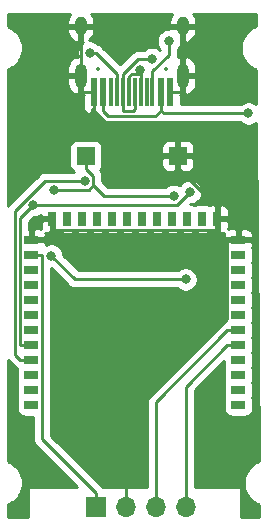
<source format=gbr>
%TF.GenerationSoftware,KiCad,Pcbnew,(5.1.2)-2*%
%TF.CreationDate,2020-02-06T17:00:50+08:00*%
%TF.ProjectId,wing-receiver-lite,77696e67-2d72-4656-9365-697665722d6c,rev?*%
%TF.SameCoordinates,Original*%
%TF.FileFunction,Copper,L2,Bot*%
%TF.FilePolarity,Positive*%
%FSLAX46Y46*%
G04 Gerber Fmt 4.6, Leading zero omitted, Abs format (unit mm)*
G04 Created by KiCad (PCBNEW (5.1.2)-2) date 2020-02-06 17:00:50*
%MOMM*%
%LPD*%
G04 APERTURE LIST*
%ADD10R,0.600000X2.450000*%
%ADD11R,0.300000X2.450000*%
%ADD12O,1.000000X2.100000*%
%ADD13O,1.000000X1.600000*%
%ADD14R,1.500000X1.500000*%
%ADD15O,1.700000X1.700000*%
%ADD16R,1.700000X1.700000*%
%ADD17R,1.198880X0.698500*%
%ADD18R,0.698500X1.198880*%
%ADD19C,0.800000*%
%ADD20C,0.250000*%
%ADD21C,0.254000*%
%ADD22C,0.350000*%
%ADD23O,0.600000X1.700000*%
%ADD24O,0.600000X1.200000*%
G04 APERTURE END LIST*
D10*
X82981000Y-100270000D03*
X76531000Y-100270000D03*
X82206000Y-100270000D03*
X77306000Y-100270000D03*
D11*
X78006000Y-100270000D03*
X81506000Y-100270000D03*
X78506000Y-100270000D03*
X81006000Y-100270000D03*
X79006000Y-100270000D03*
X80506000Y-100270000D03*
X80006000Y-100270000D03*
X79506000Y-100270000D03*
D12*
X75436000Y-98855000D03*
X84076000Y-98855000D03*
D13*
X75436000Y-94675000D03*
X84076000Y-94675000D03*
D14*
X83656000Y-105664000D03*
X75856000Y-105664000D03*
D15*
X84328000Y-135382000D03*
X81788000Y-135382000D03*
X79248000Y-135382000D03*
D16*
X76708000Y-135382000D03*
D17*
X71247000Y-112776000D03*
X88773000Y-120396000D03*
X88773000Y-121666000D03*
D18*
X73025000Y-110998000D03*
D17*
X71247000Y-115316000D03*
X71247000Y-116586000D03*
X71247000Y-117856000D03*
X71247000Y-119126000D03*
X71247000Y-120396000D03*
X71247000Y-121666000D03*
X71247000Y-122936000D03*
X71247000Y-124206000D03*
X71247000Y-125476000D03*
X88773000Y-126746000D03*
X88773000Y-125476000D03*
X88773000Y-124206000D03*
X88773000Y-122936000D03*
X88773000Y-119126000D03*
X88773000Y-117856000D03*
X88773000Y-116586000D03*
X88773000Y-115316000D03*
X88773000Y-114046000D03*
X88773000Y-112776000D03*
D18*
X86995000Y-110998000D03*
X85725000Y-110998000D03*
X84455000Y-110998000D03*
X83185000Y-110998000D03*
X81915000Y-110998000D03*
X80645000Y-110998000D03*
X79375000Y-110998000D03*
X78105000Y-110998000D03*
X76835000Y-110998000D03*
X75565000Y-110998000D03*
X74295000Y-110998000D03*
D17*
X71247000Y-126746000D03*
X71247000Y-114046000D03*
D19*
X87630000Y-129032000D03*
X77470000Y-129032000D03*
X69596000Y-129286000D03*
X84320100Y-116111100D03*
X72928400Y-114107500D03*
X89634400Y-102062200D03*
X81467600Y-97469700D03*
X80465200Y-98421600D03*
X84703700Y-108708300D03*
X71422700Y-109823400D03*
X75777300Y-107757000D03*
X76183600Y-96913400D03*
X82903700Y-95948900D03*
X73157000Y-108519900D03*
X83304300Y-109050300D03*
D20*
X86995000Y-111922700D02*
X73025000Y-111922700D01*
X86995000Y-111810100D02*
X86995000Y-111922700D01*
X86995000Y-110998000D02*
X86995000Y-111810100D01*
X86995000Y-111922700D02*
X87848300Y-112776000D01*
X86995000Y-110535600D02*
X86995000Y-110998000D01*
X71247000Y-112776000D02*
X72171700Y-112776000D01*
X73025000Y-111922700D02*
X72171700Y-112776000D01*
X73025000Y-110998000D02*
X73025000Y-111922700D01*
X86995000Y-110535600D02*
X86995000Y-110073300D01*
X86995000Y-110073300D02*
X86995000Y-109966700D01*
X86995000Y-109966700D02*
X83767600Y-106739300D01*
X83767600Y-106739300D02*
X83656000Y-106739300D01*
X83656000Y-105664000D02*
X83656000Y-106739300D01*
X76531000Y-101820300D02*
X77473400Y-102762700D01*
X77473400Y-102762700D02*
X82906800Y-102762700D01*
X82906800Y-102762700D02*
X83656000Y-103511900D01*
X83656000Y-103511900D02*
X83656000Y-105664000D01*
X75436000Y-98855000D02*
X75436000Y-100230300D01*
X75436000Y-100230300D02*
X76491300Y-100230300D01*
X76491300Y-100230300D02*
X76531000Y-100270000D01*
X75436000Y-94675000D02*
X75436000Y-98855000D01*
X79248000Y-135382000D02*
X79248000Y-128105400D01*
X79248000Y-128105400D02*
X87848300Y-119505100D01*
X87848300Y-119505100D02*
X87848300Y-112776000D01*
X84076000Y-94675000D02*
X84076000Y-95800300D01*
X84076000Y-97479700D02*
X84076000Y-95800300D01*
X84076000Y-98855000D02*
X84076000Y-97479700D01*
X84076000Y-98855000D02*
X84076000Y-100230300D01*
X84076000Y-100230300D02*
X83020700Y-100230300D01*
X83020700Y-100230300D02*
X82981000Y-100270000D01*
X76531000Y-100270000D02*
X76531000Y-101820300D01*
X88773000Y-112776000D02*
X87848300Y-112776000D01*
X72928400Y-114107500D02*
X74932000Y-116111100D01*
X74932000Y-116111100D02*
X84320100Y-116111100D01*
X77306000Y-100270000D02*
X77306000Y-101820300D01*
X77306000Y-101820300D02*
X77777200Y-102291500D01*
X77777200Y-102291500D02*
X81734800Y-102291500D01*
X81734800Y-102291500D02*
X82206000Y-101820300D01*
X89634400Y-102062200D02*
X82447900Y-102062200D01*
X82447900Y-102062200D02*
X82206000Y-101820300D01*
X82206000Y-100270000D02*
X82206000Y-101820300D01*
X76708000Y-135382000D02*
X76708000Y-134206700D01*
X71247000Y-114046000D02*
X72171700Y-114046000D01*
X72171700Y-114046000D02*
X72171700Y-129670400D01*
X72171700Y-129670400D02*
X76708000Y-134206700D01*
X79006000Y-98719700D02*
X80256000Y-97469700D01*
X80256000Y-97469700D02*
X81467600Y-97469700D01*
X79006000Y-100270000D02*
X79006000Y-98719700D01*
X80006000Y-101707700D02*
X79893400Y-101820300D01*
X79893400Y-101820300D02*
X79006000Y-101820300D01*
X80006000Y-100270000D02*
X80006000Y-101707700D01*
X79006000Y-100270000D02*
X79006000Y-101820300D01*
X80506000Y-100270000D02*
X80506000Y-98719700D01*
X80465200Y-98695000D02*
X80465200Y-98421600D01*
X80465200Y-98695000D02*
X80489900Y-98719700D01*
X80489900Y-98719700D02*
X80506000Y-98719700D01*
X79506000Y-100270000D02*
X79506000Y-98925600D01*
X79506000Y-98925600D02*
X79736600Y-98695000D01*
X79736600Y-98695000D02*
X80465200Y-98695000D01*
X88773000Y-120396000D02*
X87848300Y-120396000D01*
X87848300Y-120396000D02*
X81788000Y-126456300D01*
X81788000Y-126456300D02*
X81788000Y-135382000D01*
X84328000Y-134206700D02*
X84328000Y-125186300D01*
X84328000Y-125186300D02*
X87848300Y-121666000D01*
X84328000Y-135382000D02*
X84328000Y-134206700D01*
X88773000Y-121666000D02*
X87848300Y-121666000D01*
X71422700Y-109823400D02*
X83588600Y-109823400D01*
X83588600Y-109823400D02*
X84703700Y-108708300D01*
X70322300Y-121666000D02*
X70322300Y-110923800D01*
X70322300Y-110923800D02*
X71422700Y-109823400D01*
X71247000Y-121666000D02*
X70322300Y-121666000D01*
X70322300Y-122936000D02*
X69871900Y-122485600D01*
X69871900Y-122485600D02*
X69871900Y-110337400D01*
X69871900Y-110337400D02*
X72452300Y-107757000D01*
X72452300Y-107757000D02*
X75777300Y-107757000D01*
X71247000Y-122936000D02*
X70322300Y-122936000D01*
X78506000Y-100270000D02*
X78506000Y-98719700D01*
X78506000Y-98719700D02*
X76699700Y-96913400D01*
X76699700Y-96913400D02*
X76183600Y-96913400D01*
X81506000Y-100270000D02*
X81506000Y-98487000D01*
X81506000Y-98487000D02*
X82903700Y-97089300D01*
X82903700Y-97089300D02*
X82903700Y-95948900D01*
X76507400Y-108139400D02*
X76126900Y-108519900D01*
X76126900Y-108519900D02*
X73157000Y-108519900D01*
X75856000Y-106739300D02*
X76507400Y-107390700D01*
X76507400Y-107390700D02*
X76507400Y-108139400D01*
X76507400Y-108139400D02*
X77418300Y-109050300D01*
X77418300Y-109050300D02*
X83304300Y-109050300D01*
X75856000Y-105664000D02*
X75856000Y-106739300D01*
D21*
G36*
X69331899Y-123025601D02*
G01*
X69360903Y-123049404D01*
X69758496Y-123446997D01*
X69782299Y-123476001D01*
X69898024Y-123570974D01*
X70030053Y-123641546D01*
X70047649Y-123646884D01*
X70021748Y-123732268D01*
X70009488Y-123856750D01*
X70009488Y-124555250D01*
X70021748Y-124679732D01*
X70058058Y-124799430D01*
X70080278Y-124841000D01*
X70058058Y-124882570D01*
X70021748Y-125002268D01*
X70009488Y-125126750D01*
X70009488Y-125825250D01*
X70021748Y-125949732D01*
X70058058Y-126069430D01*
X70080278Y-126111000D01*
X70058058Y-126152570D01*
X70021748Y-126272268D01*
X70009488Y-126396750D01*
X70009488Y-127095250D01*
X70021748Y-127219732D01*
X70058058Y-127339430D01*
X70117023Y-127449744D01*
X70196375Y-127546435D01*
X70293066Y-127625787D01*
X70403380Y-127684752D01*
X70523078Y-127721062D01*
X70647560Y-127733322D01*
X71411701Y-127733322D01*
X71411701Y-129633067D01*
X71408024Y-129670400D01*
X71422698Y-129819385D01*
X71466154Y-129962646D01*
X71536726Y-130094676D01*
X71607901Y-130181402D01*
X71631700Y-130210401D01*
X71660698Y-130234199D01*
X75157498Y-133731000D01*
X71120000Y-133731000D01*
X71095224Y-133733440D01*
X71071399Y-133740667D01*
X71049443Y-133752403D01*
X71030197Y-133768197D01*
X71014403Y-133787443D01*
X71002667Y-133809399D01*
X70995440Y-133833224D01*
X70993000Y-133858000D01*
X70993000Y-136221000D01*
X69265000Y-136221000D01*
X69265000Y-135177353D01*
X69287428Y-135170238D01*
X69344479Y-135145786D01*
X69401894Y-135122121D01*
X69410308Y-135117572D01*
X69627510Y-134998164D01*
X69678757Y-134963074D01*
X69730449Y-134928730D01*
X69737818Y-134922634D01*
X69927691Y-134763312D01*
X69971183Y-134718899D01*
X70015180Y-134675208D01*
X70021226Y-134667797D01*
X70176537Y-134474630D01*
X70210544Y-134422661D01*
X70245251Y-134371206D01*
X70249737Y-134362769D01*
X70249740Y-134362764D01*
X70249742Y-134362759D01*
X70364573Y-134143106D01*
X70387830Y-134085543D01*
X70411888Y-134028312D01*
X70414653Y-134019156D01*
X70484635Y-133781379D01*
X70496275Y-133720362D01*
X70508752Y-133659575D01*
X70509686Y-133650057D01*
X70532150Y-133403217D01*
X70531716Y-133341134D01*
X70532150Y-133279052D01*
X70531217Y-133269534D01*
X70505309Y-133023030D01*
X70492817Y-132962176D01*
X70481190Y-132901226D01*
X70478426Y-132892070D01*
X70405131Y-132655294D01*
X70381082Y-132598084D01*
X70357816Y-132540498D01*
X70353326Y-132532053D01*
X70235438Y-132314023D01*
X70200707Y-132262532D01*
X70166723Y-132210600D01*
X70160679Y-132203188D01*
X70002686Y-132012209D01*
X69958633Y-131968462D01*
X69915194Y-131924104D01*
X69907825Y-131918008D01*
X69715747Y-131761353D01*
X69664044Y-131727002D01*
X69612807Y-131691919D01*
X69604393Y-131687370D01*
X69385546Y-131571007D01*
X69328141Y-131547347D01*
X69271084Y-131522892D01*
X69265000Y-131521009D01*
X69265000Y-122944084D01*
X69331899Y-123025601D01*
X69331899Y-123025601D01*
G37*
X69331899Y-123025601D02*
X69360903Y-123049404D01*
X69758496Y-123446997D01*
X69782299Y-123476001D01*
X69898024Y-123570974D01*
X70030053Y-123641546D01*
X70047649Y-123646884D01*
X70021748Y-123732268D01*
X70009488Y-123856750D01*
X70009488Y-124555250D01*
X70021748Y-124679732D01*
X70058058Y-124799430D01*
X70080278Y-124841000D01*
X70058058Y-124882570D01*
X70021748Y-125002268D01*
X70009488Y-125126750D01*
X70009488Y-125825250D01*
X70021748Y-125949732D01*
X70058058Y-126069430D01*
X70080278Y-126111000D01*
X70058058Y-126152570D01*
X70021748Y-126272268D01*
X70009488Y-126396750D01*
X70009488Y-127095250D01*
X70021748Y-127219732D01*
X70058058Y-127339430D01*
X70117023Y-127449744D01*
X70196375Y-127546435D01*
X70293066Y-127625787D01*
X70403380Y-127684752D01*
X70523078Y-127721062D01*
X70647560Y-127733322D01*
X71411701Y-127733322D01*
X71411701Y-129633067D01*
X71408024Y-129670400D01*
X71422698Y-129819385D01*
X71466154Y-129962646D01*
X71536726Y-130094676D01*
X71607901Y-130181402D01*
X71631700Y-130210401D01*
X71660698Y-130234199D01*
X75157498Y-133731000D01*
X71120000Y-133731000D01*
X71095224Y-133733440D01*
X71071399Y-133740667D01*
X71049443Y-133752403D01*
X71030197Y-133768197D01*
X71014403Y-133787443D01*
X71002667Y-133809399D01*
X70995440Y-133833224D01*
X70993000Y-133858000D01*
X70993000Y-136221000D01*
X69265000Y-136221000D01*
X69265000Y-135177353D01*
X69287428Y-135170238D01*
X69344479Y-135145786D01*
X69401894Y-135122121D01*
X69410308Y-135117572D01*
X69627510Y-134998164D01*
X69678757Y-134963074D01*
X69730449Y-134928730D01*
X69737818Y-134922634D01*
X69927691Y-134763312D01*
X69971183Y-134718899D01*
X70015180Y-134675208D01*
X70021226Y-134667797D01*
X70176537Y-134474630D01*
X70210544Y-134422661D01*
X70245251Y-134371206D01*
X70249737Y-134362769D01*
X70249740Y-134362764D01*
X70249742Y-134362759D01*
X70364573Y-134143106D01*
X70387830Y-134085543D01*
X70411888Y-134028312D01*
X70414653Y-134019156D01*
X70484635Y-133781379D01*
X70496275Y-133720362D01*
X70508752Y-133659575D01*
X70509686Y-133650057D01*
X70532150Y-133403217D01*
X70531716Y-133341134D01*
X70532150Y-133279052D01*
X70531217Y-133269534D01*
X70505309Y-133023030D01*
X70492817Y-132962176D01*
X70481190Y-132901226D01*
X70478426Y-132892070D01*
X70405131Y-132655294D01*
X70381082Y-132598084D01*
X70357816Y-132540498D01*
X70353326Y-132532053D01*
X70235438Y-132314023D01*
X70200707Y-132262532D01*
X70166723Y-132210600D01*
X70160679Y-132203188D01*
X70002686Y-132012209D01*
X69958633Y-131968462D01*
X69915194Y-131924104D01*
X69907825Y-131918008D01*
X69715747Y-131761353D01*
X69664044Y-131727002D01*
X69612807Y-131691919D01*
X69604393Y-131687370D01*
X69385546Y-131571007D01*
X69328141Y-131547347D01*
X69271084Y-131522892D01*
X69265000Y-131521009D01*
X69265000Y-122944084D01*
X69331899Y-123025601D01*
G36*
X74435997Y-93823322D02*
G01*
X74347585Y-94029013D01*
X74301000Y-94248000D01*
X74301000Y-94548000D01*
X75309000Y-94548000D01*
X75309000Y-94528000D01*
X75563000Y-94528000D01*
X75563000Y-94548000D01*
X76571000Y-94548000D01*
X76571000Y-94248000D01*
X76524415Y-94029013D01*
X76436003Y-93823322D01*
X76316152Y-93649000D01*
X83195848Y-93649000D01*
X83075997Y-93823322D01*
X82987585Y-94029013D01*
X82941000Y-94248000D01*
X82941000Y-94548000D01*
X83949000Y-94548000D01*
X83949000Y-94528000D01*
X84203000Y-94528000D01*
X84203000Y-94548000D01*
X85211000Y-94548000D01*
X85211000Y-94248000D01*
X85164415Y-94029013D01*
X85076003Y-93823322D01*
X84956152Y-93649000D01*
X90247001Y-93649000D01*
X90247000Y-94692647D01*
X90224572Y-94699762D01*
X90167521Y-94724214D01*
X90110106Y-94747879D01*
X90101692Y-94752428D01*
X89884490Y-94871836D01*
X89833225Y-94906938D01*
X89781552Y-94941270D01*
X89774182Y-94947366D01*
X89584310Y-95106688D01*
X89540872Y-95151046D01*
X89496820Y-95194791D01*
X89490775Y-95202203D01*
X89335463Y-95395370D01*
X89301444Y-95447357D01*
X89266749Y-95498795D01*
X89262258Y-95507239D01*
X89147427Y-95726894D01*
X89124175Y-95784446D01*
X89100112Y-95841688D01*
X89097348Y-95850844D01*
X89097346Y-95850849D01*
X89097345Y-95850854D01*
X89027365Y-96088620D01*
X89015723Y-96149651D01*
X89003248Y-96210425D01*
X89002314Y-96219943D01*
X88979850Y-96466783D01*
X88980284Y-96528865D01*
X88979850Y-96590948D01*
X88980783Y-96600467D01*
X89006691Y-96846970D01*
X89019183Y-96907824D01*
X89030810Y-96968774D01*
X89033574Y-96977930D01*
X89106869Y-97214707D01*
X89130923Y-97271929D01*
X89154184Y-97329502D01*
X89158674Y-97337947D01*
X89276562Y-97555977D01*
X89311304Y-97607483D01*
X89345277Y-97659400D01*
X89351321Y-97666811D01*
X89509314Y-97857791D01*
X89553387Y-97901557D01*
X89596806Y-97945895D01*
X89604175Y-97951992D01*
X89796253Y-98108647D01*
X89847955Y-98142998D01*
X89899193Y-98178081D01*
X89907606Y-98182630D01*
X90126454Y-98298993D01*
X90183859Y-98322653D01*
X90240916Y-98347108D01*
X90250053Y-98349936D01*
X90251132Y-98350262D01*
X90272566Y-101243825D01*
X90124656Y-101144995D01*
X89936298Y-101066974D01*
X89736339Y-101027200D01*
X89532461Y-101027200D01*
X89332502Y-101066974D01*
X89144144Y-101144995D01*
X88974626Y-101258263D01*
X88930689Y-101302200D01*
X83918441Y-101302200D01*
X83916000Y-100555750D01*
X83823644Y-100463394D01*
X83915668Y-100397002D01*
X83916000Y-100397002D01*
X83916000Y-100396762D01*
X83949000Y-100372954D01*
X83949000Y-98982000D01*
X84203000Y-98982000D01*
X84203000Y-100372954D01*
X84377874Y-100499119D01*
X84600976Y-100419276D01*
X84788764Y-100297369D01*
X84949161Y-100141169D01*
X85076003Y-99956678D01*
X85164415Y-99750987D01*
X85211000Y-99532000D01*
X85211000Y-98982000D01*
X84203000Y-98982000D01*
X83949000Y-98982000D01*
X83929000Y-98982000D01*
X83929000Y-98728000D01*
X83949000Y-98728000D01*
X83949000Y-97337046D01*
X84203000Y-97337046D01*
X84203000Y-98728000D01*
X85211000Y-98728000D01*
X85211000Y-98178000D01*
X85164415Y-97959013D01*
X85076003Y-97753322D01*
X84949161Y-97568831D01*
X84788764Y-97412631D01*
X84600976Y-97290724D01*
X84377874Y-97210881D01*
X84203000Y-97337046D01*
X83949000Y-97337046D01*
X83774126Y-97210881D01*
X83647242Y-97256290D01*
X83652703Y-97238286D01*
X83663700Y-97126633D01*
X83663700Y-97126624D01*
X83667376Y-97089301D01*
X83663700Y-97051978D01*
X83663700Y-96652611D01*
X83707637Y-96608674D01*
X83820905Y-96439156D01*
X83898926Y-96250798D01*
X83938700Y-96050839D01*
X83938700Y-95950385D01*
X83949000Y-95942954D01*
X83949000Y-94802000D01*
X84203000Y-94802000D01*
X84203000Y-95942954D01*
X84377874Y-96069119D01*
X84600976Y-95989276D01*
X84788764Y-95867369D01*
X84949161Y-95711169D01*
X85076003Y-95526678D01*
X85164415Y-95320987D01*
X85211000Y-95102000D01*
X85211000Y-94802000D01*
X84203000Y-94802000D01*
X83949000Y-94802000D01*
X82941000Y-94802000D01*
X82941000Y-94913900D01*
X82801761Y-94913900D01*
X82601802Y-94953674D01*
X82413444Y-95031695D01*
X82243926Y-95144963D01*
X82099763Y-95289126D01*
X81986495Y-95458644D01*
X81908474Y-95647002D01*
X81868700Y-95846961D01*
X81868700Y-96050839D01*
X81908474Y-96250798D01*
X81986495Y-96439156D01*
X82099763Y-96608674D01*
X82143700Y-96652611D01*
X82143700Y-96682089D01*
X82127374Y-96665763D01*
X81957856Y-96552495D01*
X81769498Y-96474474D01*
X81569539Y-96434700D01*
X81365661Y-96434700D01*
X81165702Y-96474474D01*
X80977344Y-96552495D01*
X80807826Y-96665763D01*
X80763889Y-96709700D01*
X80293323Y-96709700D01*
X80256000Y-96706024D01*
X80218677Y-96709700D01*
X80218667Y-96709700D01*
X80107014Y-96720697D01*
X79963753Y-96764154D01*
X79831723Y-96834726D01*
X79764855Y-96889604D01*
X79715999Y-96929699D01*
X79692201Y-96958697D01*
X78756000Y-97894898D01*
X77263504Y-96402403D01*
X77239701Y-96373399D01*
X77123976Y-96278426D01*
X76991947Y-96207854D01*
X76919915Y-96186004D01*
X76843374Y-96109463D01*
X76673856Y-95996195D01*
X76485498Y-95918174D01*
X76285539Y-95878400D01*
X76131772Y-95878400D01*
X76148764Y-95867369D01*
X76309161Y-95711169D01*
X76436003Y-95526678D01*
X76524415Y-95320987D01*
X76571000Y-95102000D01*
X76571000Y-94802000D01*
X75563000Y-94802000D01*
X75563000Y-95942954D01*
X75663986Y-96015811D01*
X75523826Y-96109463D01*
X75379663Y-96253626D01*
X75266395Y-96423144D01*
X75188374Y-96611502D01*
X75148600Y-96811461D01*
X75148600Y-97015339D01*
X75188374Y-97215298D01*
X75208886Y-97264817D01*
X75134126Y-97210881D01*
X74911024Y-97290724D01*
X74723236Y-97412631D01*
X74562839Y-97568831D01*
X74435997Y-97753322D01*
X74347585Y-97959013D01*
X74301000Y-98178000D01*
X74301000Y-98728000D01*
X75309000Y-98728000D01*
X75309000Y-98708000D01*
X75563000Y-98708000D01*
X75563000Y-98728000D01*
X75583000Y-98728000D01*
X75583000Y-98982000D01*
X75563000Y-98982000D01*
X75563000Y-100372954D01*
X75596000Y-100396762D01*
X75596000Y-100397002D01*
X75596332Y-100397002D01*
X75688356Y-100463394D01*
X75596000Y-100555750D01*
X75592928Y-101495000D01*
X75605188Y-101619482D01*
X75641498Y-101739180D01*
X75700463Y-101849494D01*
X75779815Y-101946185D01*
X75876506Y-102025537D01*
X75986820Y-102084502D01*
X76106518Y-102120812D01*
X76231000Y-102133072D01*
X76245250Y-102130000D01*
X76404000Y-101971250D01*
X76404000Y-101697980D01*
X76416498Y-101739180D01*
X76475463Y-101849494D01*
X76554710Y-101946057D01*
X76556998Y-101969286D01*
X76566299Y-101999947D01*
X76600454Y-102112546D01*
X76671026Y-102244576D01*
X76742201Y-102331302D01*
X76766000Y-102360301D01*
X76794998Y-102384099D01*
X77213400Y-102802502D01*
X77237199Y-102831501D01*
X77352924Y-102926474D01*
X77484953Y-102997046D01*
X77628214Y-103040503D01*
X77739867Y-103051500D01*
X77739876Y-103051500D01*
X77777199Y-103055176D01*
X77814522Y-103051500D01*
X81697478Y-103051500D01*
X81734800Y-103055176D01*
X81772122Y-103051500D01*
X81772133Y-103051500D01*
X81883786Y-103040503D01*
X82027047Y-102997046D01*
X82159076Y-102926474D01*
X82274801Y-102831501D01*
X82292945Y-102809392D01*
X82298914Y-102811203D01*
X82410567Y-102822200D01*
X82410576Y-102822200D01*
X82447899Y-102825876D01*
X82485222Y-102822200D01*
X88930689Y-102822200D01*
X88974626Y-102866137D01*
X89144144Y-102979405D01*
X89332502Y-103057426D01*
X89532461Y-103097200D01*
X89736339Y-103097200D01*
X89936298Y-103057426D01*
X90124656Y-102979405D01*
X90284630Y-102872514D01*
X90496863Y-131523960D01*
X90478572Y-131529762D01*
X90421521Y-131554214D01*
X90364106Y-131577879D01*
X90355692Y-131582428D01*
X90138490Y-131701836D01*
X90087225Y-131736938D01*
X90035552Y-131771270D01*
X90028182Y-131777366D01*
X89838310Y-131936688D01*
X89794872Y-131981046D01*
X89750820Y-132024791D01*
X89744775Y-132032203D01*
X89589463Y-132225370D01*
X89555444Y-132277357D01*
X89520749Y-132328795D01*
X89516258Y-132337239D01*
X89401427Y-132556894D01*
X89378175Y-132614446D01*
X89354112Y-132671688D01*
X89351348Y-132680844D01*
X89351346Y-132680849D01*
X89351345Y-132680854D01*
X89281365Y-132918620D01*
X89269723Y-132979651D01*
X89257248Y-133040425D01*
X89256314Y-133049943D01*
X89233850Y-133296783D01*
X89234284Y-133358865D01*
X89233850Y-133420948D01*
X89234783Y-133430467D01*
X89260691Y-133676970D01*
X89273183Y-133737824D01*
X89284810Y-133798774D01*
X89287574Y-133807930D01*
X89360869Y-134044707D01*
X89384923Y-134101929D01*
X89408184Y-134159502D01*
X89412674Y-134167947D01*
X89530562Y-134385977D01*
X89565304Y-134437483D01*
X89599277Y-134489400D01*
X89605321Y-134496811D01*
X89763314Y-134687791D01*
X89807387Y-134731557D01*
X89850806Y-134775895D01*
X89858175Y-134781992D01*
X90050253Y-134938647D01*
X90101955Y-134972998D01*
X90153193Y-135008081D01*
X90161606Y-135012630D01*
X90380454Y-135128993D01*
X90437859Y-135152653D01*
X90494916Y-135177108D01*
X90501000Y-135178991D01*
X90501001Y-136221000D01*
X89027000Y-136221000D01*
X89027000Y-133858000D01*
X89024560Y-133833224D01*
X89017333Y-133809399D01*
X89005597Y-133787443D01*
X88989803Y-133768197D01*
X88970557Y-133752403D01*
X88948601Y-133740667D01*
X88924776Y-133733440D01*
X88900000Y-133731000D01*
X85088000Y-133731000D01*
X85088000Y-125501101D01*
X87535488Y-123053614D01*
X87535488Y-123285250D01*
X87547748Y-123409732D01*
X87584058Y-123529430D01*
X87606278Y-123571000D01*
X87584058Y-123612570D01*
X87547748Y-123732268D01*
X87535488Y-123856750D01*
X87535488Y-124555250D01*
X87547748Y-124679732D01*
X87584058Y-124799430D01*
X87606278Y-124841000D01*
X87584058Y-124882570D01*
X87547748Y-125002268D01*
X87535488Y-125126750D01*
X87535488Y-125825250D01*
X87547748Y-125949732D01*
X87584058Y-126069430D01*
X87606278Y-126111000D01*
X87584058Y-126152570D01*
X87547748Y-126272268D01*
X87535488Y-126396750D01*
X87535488Y-127095250D01*
X87547748Y-127219732D01*
X87584058Y-127339430D01*
X87643023Y-127449744D01*
X87722375Y-127546435D01*
X87819066Y-127625787D01*
X87929380Y-127684752D01*
X88049078Y-127721062D01*
X88173560Y-127733322D01*
X89372440Y-127733322D01*
X89496922Y-127721062D01*
X89616620Y-127684752D01*
X89726934Y-127625787D01*
X89823625Y-127546435D01*
X89902977Y-127449744D01*
X89961942Y-127339430D01*
X89998252Y-127219732D01*
X90010512Y-127095250D01*
X90010512Y-126396750D01*
X89998252Y-126272268D01*
X89961942Y-126152570D01*
X89939722Y-126111000D01*
X89961942Y-126069430D01*
X89998252Y-125949732D01*
X90010512Y-125825250D01*
X90010512Y-125126750D01*
X89998252Y-125002268D01*
X89961942Y-124882570D01*
X89939722Y-124841000D01*
X89961942Y-124799430D01*
X89998252Y-124679732D01*
X90010512Y-124555250D01*
X90010512Y-123856750D01*
X89998252Y-123732268D01*
X89961942Y-123612570D01*
X89939722Y-123571000D01*
X89961942Y-123529430D01*
X89998252Y-123409732D01*
X90010512Y-123285250D01*
X90010512Y-122586750D01*
X89998252Y-122462268D01*
X89961942Y-122342570D01*
X89939722Y-122301000D01*
X89961942Y-122259430D01*
X89998252Y-122139732D01*
X90010512Y-122015250D01*
X90010512Y-121316750D01*
X89998252Y-121192268D01*
X89961942Y-121072570D01*
X89939722Y-121031000D01*
X89961942Y-120989430D01*
X89998252Y-120869732D01*
X90010512Y-120745250D01*
X90010512Y-120046750D01*
X89998252Y-119922268D01*
X89961942Y-119802570D01*
X89939722Y-119761000D01*
X89961942Y-119719430D01*
X89998252Y-119599732D01*
X90010512Y-119475250D01*
X90010512Y-118776750D01*
X89998252Y-118652268D01*
X89961942Y-118532570D01*
X89939722Y-118491000D01*
X89961942Y-118449430D01*
X89998252Y-118329732D01*
X90010512Y-118205250D01*
X90010512Y-117506750D01*
X89998252Y-117382268D01*
X89961942Y-117262570D01*
X89939722Y-117221000D01*
X89961942Y-117179430D01*
X89998252Y-117059732D01*
X90010512Y-116935250D01*
X90010512Y-116236750D01*
X89998252Y-116112268D01*
X89961942Y-115992570D01*
X89939722Y-115951000D01*
X89961942Y-115909430D01*
X89998252Y-115789732D01*
X90010512Y-115665250D01*
X90010512Y-114966750D01*
X89998252Y-114842268D01*
X89961942Y-114722570D01*
X89939722Y-114681000D01*
X89961942Y-114639430D01*
X89998252Y-114519732D01*
X90010512Y-114395250D01*
X90010512Y-113696750D01*
X89998252Y-113572268D01*
X89961942Y-113452570D01*
X89939722Y-113411000D01*
X89961942Y-113369430D01*
X89998252Y-113249732D01*
X90010512Y-113125250D01*
X90007440Y-113061750D01*
X89848690Y-112903000D01*
X88900000Y-112903000D01*
X88900000Y-112923000D01*
X88646000Y-112923000D01*
X88646000Y-112903000D01*
X87697310Y-112903000D01*
X87538560Y-113061750D01*
X87535488Y-113125250D01*
X87547748Y-113249732D01*
X87584058Y-113369430D01*
X87606278Y-113411000D01*
X87584058Y-113452570D01*
X87547748Y-113572268D01*
X87535488Y-113696750D01*
X87535488Y-114395250D01*
X87547748Y-114519732D01*
X87584058Y-114639430D01*
X87606278Y-114681000D01*
X87584058Y-114722570D01*
X87547748Y-114842268D01*
X87535488Y-114966750D01*
X87535488Y-115665250D01*
X87547748Y-115789732D01*
X87584058Y-115909430D01*
X87606278Y-115951000D01*
X87584058Y-115992570D01*
X87547748Y-116112268D01*
X87535488Y-116236750D01*
X87535488Y-116935250D01*
X87547748Y-117059732D01*
X87584058Y-117179430D01*
X87606278Y-117221000D01*
X87584058Y-117262570D01*
X87547748Y-117382268D01*
X87535488Y-117506750D01*
X87535488Y-118205250D01*
X87547748Y-118329732D01*
X87584058Y-118449430D01*
X87606278Y-118491000D01*
X87584058Y-118532570D01*
X87547748Y-118652268D01*
X87535488Y-118776750D01*
X87535488Y-119475250D01*
X87547748Y-119599732D01*
X87573649Y-119685116D01*
X87556053Y-119690454D01*
X87424024Y-119761026D01*
X87424022Y-119761027D01*
X87424023Y-119761027D01*
X87337296Y-119832201D01*
X87337292Y-119832205D01*
X87308299Y-119855999D01*
X87284505Y-119884992D01*
X81277003Y-125892496D01*
X81247999Y-125916299D01*
X81192871Y-125983474D01*
X81153026Y-126032024D01*
X81147557Y-126042256D01*
X81082454Y-126164054D01*
X81038997Y-126307315D01*
X81028000Y-126418968D01*
X81028000Y-126418978D01*
X81024324Y-126456300D01*
X81028000Y-126493622D01*
X81028001Y-133731000D01*
X77300772Y-133731000D01*
X77271799Y-133695697D01*
X77248001Y-133666699D01*
X77219003Y-133642901D01*
X72931700Y-129355599D01*
X72931700Y-115185601D01*
X74368201Y-116622103D01*
X74391999Y-116651101D01*
X74507724Y-116746074D01*
X74639753Y-116816646D01*
X74783014Y-116860103D01*
X74894667Y-116871100D01*
X74894676Y-116871100D01*
X74931999Y-116874776D01*
X74969322Y-116871100D01*
X83616389Y-116871100D01*
X83660326Y-116915037D01*
X83829844Y-117028305D01*
X84018202Y-117106326D01*
X84218161Y-117146100D01*
X84422039Y-117146100D01*
X84621998Y-117106326D01*
X84810356Y-117028305D01*
X84979874Y-116915037D01*
X85124037Y-116770874D01*
X85237305Y-116601356D01*
X85315326Y-116412998D01*
X85355100Y-116213039D01*
X85355100Y-116009161D01*
X85315326Y-115809202D01*
X85237305Y-115620844D01*
X85124037Y-115451326D01*
X84979874Y-115307163D01*
X84810356Y-115193895D01*
X84621998Y-115115874D01*
X84422039Y-115076100D01*
X84218161Y-115076100D01*
X84018202Y-115115874D01*
X83829844Y-115193895D01*
X83660326Y-115307163D01*
X83616389Y-115351100D01*
X75246802Y-115351100D01*
X73963400Y-114067699D01*
X73963400Y-114005561D01*
X73923626Y-113805602D01*
X73845605Y-113617244D01*
X73732337Y-113447726D01*
X73588174Y-113303563D01*
X73418656Y-113190295D01*
X73230298Y-113112274D01*
X73030339Y-113072500D01*
X72826461Y-113072500D01*
X72626502Y-113112274D01*
X72479805Y-113173038D01*
X72484512Y-113125250D01*
X72481440Y-113061750D01*
X72322690Y-112903000D01*
X71374000Y-112903000D01*
X71374000Y-112923000D01*
X71120000Y-112923000D01*
X71120000Y-112903000D01*
X71100000Y-112903000D01*
X71100000Y-112649000D01*
X71120000Y-112649000D01*
X71120000Y-111950500D01*
X71374000Y-111950500D01*
X71374000Y-112649000D01*
X72322690Y-112649000D01*
X72481440Y-112490250D01*
X72484512Y-112426750D01*
X72472252Y-112302268D01*
X72437846Y-112188846D01*
X72551268Y-112223252D01*
X72675750Y-112235512D01*
X72739250Y-112232440D01*
X72898000Y-112073690D01*
X72898000Y-111125000D01*
X72199500Y-111125000D01*
X72040750Y-111283750D01*
X72037678Y-111597440D01*
X72049938Y-111721922D01*
X72084344Y-111835344D01*
X71970922Y-111800938D01*
X71846440Y-111788678D01*
X71532750Y-111791750D01*
X71374000Y-111950500D01*
X71120000Y-111950500D01*
X71082300Y-111912800D01*
X71082300Y-111238601D01*
X71462502Y-110858400D01*
X71524639Y-110858400D01*
X71724598Y-110818626D01*
X71912956Y-110740605D01*
X72040195Y-110655587D01*
X72040750Y-110712250D01*
X72199500Y-110871000D01*
X72898000Y-110871000D01*
X72898000Y-110851000D01*
X73152000Y-110851000D01*
X73152000Y-110871000D01*
X73172000Y-110871000D01*
X73172000Y-111125000D01*
X73152000Y-111125000D01*
X73152000Y-112073690D01*
X73310750Y-112232440D01*
X73374250Y-112235512D01*
X73498732Y-112223252D01*
X73618430Y-112186942D01*
X73660000Y-112164722D01*
X73701570Y-112186942D01*
X73821268Y-112223252D01*
X73945750Y-112235512D01*
X74644250Y-112235512D01*
X74768732Y-112223252D01*
X74888430Y-112186942D01*
X74930000Y-112164722D01*
X74971570Y-112186942D01*
X75091268Y-112223252D01*
X75215750Y-112235512D01*
X75914250Y-112235512D01*
X76038732Y-112223252D01*
X76158430Y-112186942D01*
X76200000Y-112164722D01*
X76241570Y-112186942D01*
X76361268Y-112223252D01*
X76485750Y-112235512D01*
X77184250Y-112235512D01*
X77308732Y-112223252D01*
X77428430Y-112186942D01*
X77470000Y-112164722D01*
X77511570Y-112186942D01*
X77631268Y-112223252D01*
X77755750Y-112235512D01*
X78454250Y-112235512D01*
X78578732Y-112223252D01*
X78698430Y-112186942D01*
X78740000Y-112164722D01*
X78781570Y-112186942D01*
X78901268Y-112223252D01*
X79025750Y-112235512D01*
X79724250Y-112235512D01*
X79848732Y-112223252D01*
X79968430Y-112186942D01*
X80010000Y-112164722D01*
X80051570Y-112186942D01*
X80171268Y-112223252D01*
X80295750Y-112235512D01*
X80994250Y-112235512D01*
X81118732Y-112223252D01*
X81238430Y-112186942D01*
X81280000Y-112164722D01*
X81321570Y-112186942D01*
X81441268Y-112223252D01*
X81565750Y-112235512D01*
X82264250Y-112235512D01*
X82388732Y-112223252D01*
X82508430Y-112186942D01*
X82550000Y-112164722D01*
X82591570Y-112186942D01*
X82711268Y-112223252D01*
X82835750Y-112235512D01*
X83534250Y-112235512D01*
X83658732Y-112223252D01*
X83778430Y-112186942D01*
X83820000Y-112164722D01*
X83861570Y-112186942D01*
X83981268Y-112223252D01*
X84105750Y-112235512D01*
X84804250Y-112235512D01*
X84928732Y-112223252D01*
X85048430Y-112186942D01*
X85090000Y-112164722D01*
X85131570Y-112186942D01*
X85251268Y-112223252D01*
X85375750Y-112235512D01*
X86074250Y-112235512D01*
X86198732Y-112223252D01*
X86318430Y-112186942D01*
X86360000Y-112164722D01*
X86401570Y-112186942D01*
X86521268Y-112223252D01*
X86645750Y-112235512D01*
X86709250Y-112232440D01*
X86868000Y-112073690D01*
X86868000Y-111125000D01*
X87122000Y-111125000D01*
X87122000Y-112073690D01*
X87280750Y-112232440D01*
X87344250Y-112235512D01*
X87468732Y-112223252D01*
X87582154Y-112188846D01*
X87547748Y-112302268D01*
X87535488Y-112426750D01*
X87538560Y-112490250D01*
X87697310Y-112649000D01*
X88646000Y-112649000D01*
X88646000Y-111950500D01*
X88900000Y-111950500D01*
X88900000Y-112649000D01*
X89848690Y-112649000D01*
X90007440Y-112490250D01*
X90010512Y-112426750D01*
X89998252Y-112302268D01*
X89961942Y-112182570D01*
X89902977Y-112072256D01*
X89823625Y-111975565D01*
X89726934Y-111896213D01*
X89616620Y-111837248D01*
X89496922Y-111800938D01*
X89372440Y-111788678D01*
X89058750Y-111791750D01*
X88900000Y-111950500D01*
X88646000Y-111950500D01*
X88487250Y-111791750D01*
X88173560Y-111788678D01*
X88049078Y-111800938D01*
X87935656Y-111835344D01*
X87970062Y-111721922D01*
X87982322Y-111597440D01*
X87979250Y-111283750D01*
X87820500Y-111125000D01*
X87122000Y-111125000D01*
X86868000Y-111125000D01*
X86848000Y-111125000D01*
X86848000Y-110871000D01*
X86868000Y-110871000D01*
X86868000Y-109922310D01*
X87122000Y-109922310D01*
X87122000Y-110871000D01*
X87820500Y-110871000D01*
X87979250Y-110712250D01*
X87982322Y-110398560D01*
X87970062Y-110274078D01*
X87933752Y-110154380D01*
X87874787Y-110044066D01*
X87795435Y-109947375D01*
X87698744Y-109868023D01*
X87588430Y-109809058D01*
X87468732Y-109772748D01*
X87344250Y-109760488D01*
X87280750Y-109763560D01*
X87122000Y-109922310D01*
X86868000Y-109922310D01*
X86709250Y-109763560D01*
X86645750Y-109760488D01*
X86521268Y-109772748D01*
X86401570Y-109809058D01*
X86360000Y-109831278D01*
X86318430Y-109809058D01*
X86198732Y-109772748D01*
X86074250Y-109760488D01*
X85375750Y-109760488D01*
X85251268Y-109772748D01*
X85131570Y-109809058D01*
X85090000Y-109831278D01*
X85048430Y-109809058D01*
X84928732Y-109772748D01*
X84804250Y-109760488D01*
X84726314Y-109760488D01*
X84743502Y-109743300D01*
X84805639Y-109743300D01*
X85005598Y-109703526D01*
X85193956Y-109625505D01*
X85363474Y-109512237D01*
X85507637Y-109368074D01*
X85620905Y-109198556D01*
X85698926Y-109010198D01*
X85738700Y-108810239D01*
X85738700Y-108606361D01*
X85698926Y-108406402D01*
X85620905Y-108218044D01*
X85507637Y-108048526D01*
X85363474Y-107904363D01*
X85193956Y-107791095D01*
X85005598Y-107713074D01*
X84805639Y-107673300D01*
X84601761Y-107673300D01*
X84401802Y-107713074D01*
X84213444Y-107791095D01*
X84043926Y-107904363D01*
X83899763Y-108048526D01*
X83828224Y-108155591D01*
X83794556Y-108133095D01*
X83606198Y-108055074D01*
X83406239Y-108015300D01*
X83202361Y-108015300D01*
X83002402Y-108055074D01*
X82814044Y-108133095D01*
X82644526Y-108246363D01*
X82600589Y-108290300D01*
X77733102Y-108290300D01*
X77267400Y-107824599D01*
X77267400Y-107428025D01*
X77271076Y-107390700D01*
X77267400Y-107353375D01*
X77267400Y-107353367D01*
X77256403Y-107241714D01*
X77212946Y-107098453D01*
X77142374Y-106966424D01*
X77058237Y-106863903D01*
X77136537Y-106768494D01*
X77195502Y-106658180D01*
X77231812Y-106538482D01*
X77244072Y-106414000D01*
X82267928Y-106414000D01*
X82280188Y-106538482D01*
X82316498Y-106658180D01*
X82375463Y-106768494D01*
X82454815Y-106865185D01*
X82551506Y-106944537D01*
X82661820Y-107003502D01*
X82781518Y-107039812D01*
X82906000Y-107052072D01*
X83370250Y-107049000D01*
X83529000Y-106890250D01*
X83529000Y-105791000D01*
X83783000Y-105791000D01*
X83783000Y-106890250D01*
X83941750Y-107049000D01*
X84406000Y-107052072D01*
X84530482Y-107039812D01*
X84650180Y-107003502D01*
X84760494Y-106944537D01*
X84857185Y-106865185D01*
X84936537Y-106768494D01*
X84995502Y-106658180D01*
X85031812Y-106538482D01*
X85044072Y-106414000D01*
X85041000Y-105949750D01*
X84882250Y-105791000D01*
X83783000Y-105791000D01*
X83529000Y-105791000D01*
X82429750Y-105791000D01*
X82271000Y-105949750D01*
X82267928Y-106414000D01*
X77244072Y-106414000D01*
X77244072Y-104914000D01*
X82267928Y-104914000D01*
X82271000Y-105378250D01*
X82429750Y-105537000D01*
X83529000Y-105537000D01*
X83529000Y-104437750D01*
X83783000Y-104437750D01*
X83783000Y-105537000D01*
X84882250Y-105537000D01*
X85041000Y-105378250D01*
X85044072Y-104914000D01*
X85031812Y-104789518D01*
X84995502Y-104669820D01*
X84936537Y-104559506D01*
X84857185Y-104462815D01*
X84760494Y-104383463D01*
X84650180Y-104324498D01*
X84530482Y-104288188D01*
X84406000Y-104275928D01*
X83941750Y-104279000D01*
X83783000Y-104437750D01*
X83529000Y-104437750D01*
X83370250Y-104279000D01*
X82906000Y-104275928D01*
X82781518Y-104288188D01*
X82661820Y-104324498D01*
X82551506Y-104383463D01*
X82454815Y-104462815D01*
X82375463Y-104559506D01*
X82316498Y-104669820D01*
X82280188Y-104789518D01*
X82267928Y-104914000D01*
X77244072Y-104914000D01*
X77231812Y-104789518D01*
X77195502Y-104669820D01*
X77136537Y-104559506D01*
X77057185Y-104462815D01*
X76960494Y-104383463D01*
X76850180Y-104324498D01*
X76730482Y-104288188D01*
X76606000Y-104275928D01*
X75106000Y-104275928D01*
X74981518Y-104288188D01*
X74861820Y-104324498D01*
X74751506Y-104383463D01*
X74654815Y-104462815D01*
X74575463Y-104559506D01*
X74516498Y-104669820D01*
X74480188Y-104789518D01*
X74467928Y-104914000D01*
X74467928Y-106414000D01*
X74480188Y-106538482D01*
X74516498Y-106658180D01*
X74575463Y-106768494D01*
X74654815Y-106865185D01*
X74751506Y-106944537D01*
X74849656Y-106997000D01*
X72489625Y-106997000D01*
X72452300Y-106993324D01*
X72414975Y-106997000D01*
X72414967Y-106997000D01*
X72303314Y-107007997D01*
X72160053Y-107051454D01*
X72028024Y-107122026D01*
X71912299Y-107216999D01*
X71888501Y-107245997D01*
X69360898Y-109773601D01*
X69331900Y-109797399D01*
X69308102Y-109826397D01*
X69308101Y-109826398D01*
X69265000Y-109878916D01*
X69265000Y-98982000D01*
X74301000Y-98982000D01*
X74301000Y-99532000D01*
X74347585Y-99750987D01*
X74435997Y-99956678D01*
X74562839Y-100141169D01*
X74723236Y-100297369D01*
X74911024Y-100419276D01*
X75134126Y-100499119D01*
X75309000Y-100372954D01*
X75309000Y-98982000D01*
X74301000Y-98982000D01*
X69265000Y-98982000D01*
X69265000Y-98347353D01*
X69287428Y-98340238D01*
X69344479Y-98315786D01*
X69401894Y-98292121D01*
X69410308Y-98287572D01*
X69627510Y-98168164D01*
X69678757Y-98133074D01*
X69730449Y-98098730D01*
X69737818Y-98092634D01*
X69927691Y-97933312D01*
X69971183Y-97888899D01*
X70015180Y-97845208D01*
X70021226Y-97837797D01*
X70176537Y-97644630D01*
X70210544Y-97592661D01*
X70245251Y-97541206D01*
X70249737Y-97532769D01*
X70249740Y-97532764D01*
X70249742Y-97532759D01*
X70364573Y-97313106D01*
X70387830Y-97255543D01*
X70411888Y-97198312D01*
X70414653Y-97189156D01*
X70484635Y-96951379D01*
X70496275Y-96890362D01*
X70508752Y-96829575D01*
X70509686Y-96820057D01*
X70532150Y-96573217D01*
X70531716Y-96511134D01*
X70532150Y-96449052D01*
X70531217Y-96439534D01*
X70505309Y-96193030D01*
X70492817Y-96132176D01*
X70481190Y-96071226D01*
X70478426Y-96062070D01*
X70405131Y-95825294D01*
X70381082Y-95768084D01*
X70357816Y-95710498D01*
X70353326Y-95702053D01*
X70235438Y-95484023D01*
X70200707Y-95432532D01*
X70166723Y-95380600D01*
X70160679Y-95373188D01*
X70002686Y-95182209D01*
X69958633Y-95138462D01*
X69915194Y-95094104D01*
X69907825Y-95088008D01*
X69715747Y-94931353D01*
X69664044Y-94897002D01*
X69612807Y-94861919D01*
X69604393Y-94857370D01*
X69500258Y-94802000D01*
X74301000Y-94802000D01*
X74301000Y-95102000D01*
X74347585Y-95320987D01*
X74435997Y-95526678D01*
X74562839Y-95711169D01*
X74723236Y-95867369D01*
X74911024Y-95989276D01*
X75134126Y-96069119D01*
X75309000Y-95942954D01*
X75309000Y-94802000D01*
X74301000Y-94802000D01*
X69500258Y-94802000D01*
X69385546Y-94741007D01*
X69328141Y-94717347D01*
X69271084Y-94692892D01*
X69265000Y-94691009D01*
X69265000Y-93649000D01*
X74555848Y-93649000D01*
X74435997Y-93823322D01*
X74435997Y-93823322D01*
G37*
X74435997Y-93823322D02*
X74347585Y-94029013D01*
X74301000Y-94248000D01*
X74301000Y-94548000D01*
X75309000Y-94548000D01*
X75309000Y-94528000D01*
X75563000Y-94528000D01*
X75563000Y-94548000D01*
X76571000Y-94548000D01*
X76571000Y-94248000D01*
X76524415Y-94029013D01*
X76436003Y-93823322D01*
X76316152Y-93649000D01*
X83195848Y-93649000D01*
X83075997Y-93823322D01*
X82987585Y-94029013D01*
X82941000Y-94248000D01*
X82941000Y-94548000D01*
X83949000Y-94548000D01*
X83949000Y-94528000D01*
X84203000Y-94528000D01*
X84203000Y-94548000D01*
X85211000Y-94548000D01*
X85211000Y-94248000D01*
X85164415Y-94029013D01*
X85076003Y-93823322D01*
X84956152Y-93649000D01*
X90247001Y-93649000D01*
X90247000Y-94692647D01*
X90224572Y-94699762D01*
X90167521Y-94724214D01*
X90110106Y-94747879D01*
X90101692Y-94752428D01*
X89884490Y-94871836D01*
X89833225Y-94906938D01*
X89781552Y-94941270D01*
X89774182Y-94947366D01*
X89584310Y-95106688D01*
X89540872Y-95151046D01*
X89496820Y-95194791D01*
X89490775Y-95202203D01*
X89335463Y-95395370D01*
X89301444Y-95447357D01*
X89266749Y-95498795D01*
X89262258Y-95507239D01*
X89147427Y-95726894D01*
X89124175Y-95784446D01*
X89100112Y-95841688D01*
X89097348Y-95850844D01*
X89097346Y-95850849D01*
X89097345Y-95850854D01*
X89027365Y-96088620D01*
X89015723Y-96149651D01*
X89003248Y-96210425D01*
X89002314Y-96219943D01*
X88979850Y-96466783D01*
X88980284Y-96528865D01*
X88979850Y-96590948D01*
X88980783Y-96600467D01*
X89006691Y-96846970D01*
X89019183Y-96907824D01*
X89030810Y-96968774D01*
X89033574Y-96977930D01*
X89106869Y-97214707D01*
X89130923Y-97271929D01*
X89154184Y-97329502D01*
X89158674Y-97337947D01*
X89276562Y-97555977D01*
X89311304Y-97607483D01*
X89345277Y-97659400D01*
X89351321Y-97666811D01*
X89509314Y-97857791D01*
X89553387Y-97901557D01*
X89596806Y-97945895D01*
X89604175Y-97951992D01*
X89796253Y-98108647D01*
X89847955Y-98142998D01*
X89899193Y-98178081D01*
X89907606Y-98182630D01*
X90126454Y-98298993D01*
X90183859Y-98322653D01*
X90240916Y-98347108D01*
X90250053Y-98349936D01*
X90251132Y-98350262D01*
X90272566Y-101243825D01*
X90124656Y-101144995D01*
X89936298Y-101066974D01*
X89736339Y-101027200D01*
X89532461Y-101027200D01*
X89332502Y-101066974D01*
X89144144Y-101144995D01*
X88974626Y-101258263D01*
X88930689Y-101302200D01*
X83918441Y-101302200D01*
X83916000Y-100555750D01*
X83823644Y-100463394D01*
X83915668Y-100397002D01*
X83916000Y-100397002D01*
X83916000Y-100396762D01*
X83949000Y-100372954D01*
X83949000Y-98982000D01*
X84203000Y-98982000D01*
X84203000Y-100372954D01*
X84377874Y-100499119D01*
X84600976Y-100419276D01*
X84788764Y-100297369D01*
X84949161Y-100141169D01*
X85076003Y-99956678D01*
X85164415Y-99750987D01*
X85211000Y-99532000D01*
X85211000Y-98982000D01*
X84203000Y-98982000D01*
X83949000Y-98982000D01*
X83929000Y-98982000D01*
X83929000Y-98728000D01*
X83949000Y-98728000D01*
X83949000Y-97337046D01*
X84203000Y-97337046D01*
X84203000Y-98728000D01*
X85211000Y-98728000D01*
X85211000Y-98178000D01*
X85164415Y-97959013D01*
X85076003Y-97753322D01*
X84949161Y-97568831D01*
X84788764Y-97412631D01*
X84600976Y-97290724D01*
X84377874Y-97210881D01*
X84203000Y-97337046D01*
X83949000Y-97337046D01*
X83774126Y-97210881D01*
X83647242Y-97256290D01*
X83652703Y-97238286D01*
X83663700Y-97126633D01*
X83663700Y-97126624D01*
X83667376Y-97089301D01*
X83663700Y-97051978D01*
X83663700Y-96652611D01*
X83707637Y-96608674D01*
X83820905Y-96439156D01*
X83898926Y-96250798D01*
X83938700Y-96050839D01*
X83938700Y-95950385D01*
X83949000Y-95942954D01*
X83949000Y-94802000D01*
X84203000Y-94802000D01*
X84203000Y-95942954D01*
X84377874Y-96069119D01*
X84600976Y-95989276D01*
X84788764Y-95867369D01*
X84949161Y-95711169D01*
X85076003Y-95526678D01*
X85164415Y-95320987D01*
X85211000Y-95102000D01*
X85211000Y-94802000D01*
X84203000Y-94802000D01*
X83949000Y-94802000D01*
X82941000Y-94802000D01*
X82941000Y-94913900D01*
X82801761Y-94913900D01*
X82601802Y-94953674D01*
X82413444Y-95031695D01*
X82243926Y-95144963D01*
X82099763Y-95289126D01*
X81986495Y-95458644D01*
X81908474Y-95647002D01*
X81868700Y-95846961D01*
X81868700Y-96050839D01*
X81908474Y-96250798D01*
X81986495Y-96439156D01*
X82099763Y-96608674D01*
X82143700Y-96652611D01*
X82143700Y-96682089D01*
X82127374Y-96665763D01*
X81957856Y-96552495D01*
X81769498Y-96474474D01*
X81569539Y-96434700D01*
X81365661Y-96434700D01*
X81165702Y-96474474D01*
X80977344Y-96552495D01*
X80807826Y-96665763D01*
X80763889Y-96709700D01*
X80293323Y-96709700D01*
X80256000Y-96706024D01*
X80218677Y-96709700D01*
X80218667Y-96709700D01*
X80107014Y-96720697D01*
X79963753Y-96764154D01*
X79831723Y-96834726D01*
X79764855Y-96889604D01*
X79715999Y-96929699D01*
X79692201Y-96958697D01*
X78756000Y-97894898D01*
X77263504Y-96402403D01*
X77239701Y-96373399D01*
X77123976Y-96278426D01*
X76991947Y-96207854D01*
X76919915Y-96186004D01*
X76843374Y-96109463D01*
X76673856Y-95996195D01*
X76485498Y-95918174D01*
X76285539Y-95878400D01*
X76131772Y-95878400D01*
X76148764Y-95867369D01*
X76309161Y-95711169D01*
X76436003Y-95526678D01*
X76524415Y-95320987D01*
X76571000Y-95102000D01*
X76571000Y-94802000D01*
X75563000Y-94802000D01*
X75563000Y-95942954D01*
X75663986Y-96015811D01*
X75523826Y-96109463D01*
X75379663Y-96253626D01*
X75266395Y-96423144D01*
X75188374Y-96611502D01*
X75148600Y-96811461D01*
X75148600Y-97015339D01*
X75188374Y-97215298D01*
X75208886Y-97264817D01*
X75134126Y-97210881D01*
X74911024Y-97290724D01*
X74723236Y-97412631D01*
X74562839Y-97568831D01*
X74435997Y-97753322D01*
X74347585Y-97959013D01*
X74301000Y-98178000D01*
X74301000Y-98728000D01*
X75309000Y-98728000D01*
X75309000Y-98708000D01*
X75563000Y-98708000D01*
X75563000Y-98728000D01*
X75583000Y-98728000D01*
X75583000Y-98982000D01*
X75563000Y-98982000D01*
X75563000Y-100372954D01*
X75596000Y-100396762D01*
X75596000Y-100397002D01*
X75596332Y-100397002D01*
X75688356Y-100463394D01*
X75596000Y-100555750D01*
X75592928Y-101495000D01*
X75605188Y-101619482D01*
X75641498Y-101739180D01*
X75700463Y-101849494D01*
X75779815Y-101946185D01*
X75876506Y-102025537D01*
X75986820Y-102084502D01*
X76106518Y-102120812D01*
X76231000Y-102133072D01*
X76245250Y-102130000D01*
X76404000Y-101971250D01*
X76404000Y-101697980D01*
X76416498Y-101739180D01*
X76475463Y-101849494D01*
X76554710Y-101946057D01*
X76556998Y-101969286D01*
X76566299Y-101999947D01*
X76600454Y-102112546D01*
X76671026Y-102244576D01*
X76742201Y-102331302D01*
X76766000Y-102360301D01*
X76794998Y-102384099D01*
X77213400Y-102802502D01*
X77237199Y-102831501D01*
X77352924Y-102926474D01*
X77484953Y-102997046D01*
X77628214Y-103040503D01*
X77739867Y-103051500D01*
X77739876Y-103051500D01*
X77777199Y-103055176D01*
X77814522Y-103051500D01*
X81697478Y-103051500D01*
X81734800Y-103055176D01*
X81772122Y-103051500D01*
X81772133Y-103051500D01*
X81883786Y-103040503D01*
X82027047Y-102997046D01*
X82159076Y-102926474D01*
X82274801Y-102831501D01*
X82292945Y-102809392D01*
X82298914Y-102811203D01*
X82410567Y-102822200D01*
X82410576Y-102822200D01*
X82447899Y-102825876D01*
X82485222Y-102822200D01*
X88930689Y-102822200D01*
X88974626Y-102866137D01*
X89144144Y-102979405D01*
X89332502Y-103057426D01*
X89532461Y-103097200D01*
X89736339Y-103097200D01*
X89936298Y-103057426D01*
X90124656Y-102979405D01*
X90284630Y-102872514D01*
X90496863Y-131523960D01*
X90478572Y-131529762D01*
X90421521Y-131554214D01*
X90364106Y-131577879D01*
X90355692Y-131582428D01*
X90138490Y-131701836D01*
X90087225Y-131736938D01*
X90035552Y-131771270D01*
X90028182Y-131777366D01*
X89838310Y-131936688D01*
X89794872Y-131981046D01*
X89750820Y-132024791D01*
X89744775Y-132032203D01*
X89589463Y-132225370D01*
X89555444Y-132277357D01*
X89520749Y-132328795D01*
X89516258Y-132337239D01*
X89401427Y-132556894D01*
X89378175Y-132614446D01*
X89354112Y-132671688D01*
X89351348Y-132680844D01*
X89351346Y-132680849D01*
X89351345Y-132680854D01*
X89281365Y-132918620D01*
X89269723Y-132979651D01*
X89257248Y-133040425D01*
X89256314Y-133049943D01*
X89233850Y-133296783D01*
X89234284Y-133358865D01*
X89233850Y-133420948D01*
X89234783Y-133430467D01*
X89260691Y-133676970D01*
X89273183Y-133737824D01*
X89284810Y-133798774D01*
X89287574Y-133807930D01*
X89360869Y-134044707D01*
X89384923Y-134101929D01*
X89408184Y-134159502D01*
X89412674Y-134167947D01*
X89530562Y-134385977D01*
X89565304Y-134437483D01*
X89599277Y-134489400D01*
X89605321Y-134496811D01*
X89763314Y-134687791D01*
X89807387Y-134731557D01*
X89850806Y-134775895D01*
X89858175Y-134781992D01*
X90050253Y-134938647D01*
X90101955Y-134972998D01*
X90153193Y-135008081D01*
X90161606Y-135012630D01*
X90380454Y-135128993D01*
X90437859Y-135152653D01*
X90494916Y-135177108D01*
X90501000Y-135178991D01*
X90501001Y-136221000D01*
X89027000Y-136221000D01*
X89027000Y-133858000D01*
X89024560Y-133833224D01*
X89017333Y-133809399D01*
X89005597Y-133787443D01*
X88989803Y-133768197D01*
X88970557Y-133752403D01*
X88948601Y-133740667D01*
X88924776Y-133733440D01*
X88900000Y-133731000D01*
X85088000Y-133731000D01*
X85088000Y-125501101D01*
X87535488Y-123053614D01*
X87535488Y-123285250D01*
X87547748Y-123409732D01*
X87584058Y-123529430D01*
X87606278Y-123571000D01*
X87584058Y-123612570D01*
X87547748Y-123732268D01*
X87535488Y-123856750D01*
X87535488Y-124555250D01*
X87547748Y-124679732D01*
X87584058Y-124799430D01*
X87606278Y-124841000D01*
X87584058Y-124882570D01*
X87547748Y-125002268D01*
X87535488Y-125126750D01*
X87535488Y-125825250D01*
X87547748Y-125949732D01*
X87584058Y-126069430D01*
X87606278Y-126111000D01*
X87584058Y-126152570D01*
X87547748Y-126272268D01*
X87535488Y-126396750D01*
X87535488Y-127095250D01*
X87547748Y-127219732D01*
X87584058Y-127339430D01*
X87643023Y-127449744D01*
X87722375Y-127546435D01*
X87819066Y-127625787D01*
X87929380Y-127684752D01*
X88049078Y-127721062D01*
X88173560Y-127733322D01*
X89372440Y-127733322D01*
X89496922Y-127721062D01*
X89616620Y-127684752D01*
X89726934Y-127625787D01*
X89823625Y-127546435D01*
X89902977Y-127449744D01*
X89961942Y-127339430D01*
X89998252Y-127219732D01*
X90010512Y-127095250D01*
X90010512Y-126396750D01*
X89998252Y-126272268D01*
X89961942Y-126152570D01*
X89939722Y-126111000D01*
X89961942Y-126069430D01*
X89998252Y-125949732D01*
X90010512Y-125825250D01*
X90010512Y-125126750D01*
X89998252Y-125002268D01*
X89961942Y-124882570D01*
X89939722Y-124841000D01*
X89961942Y-124799430D01*
X89998252Y-124679732D01*
X90010512Y-124555250D01*
X90010512Y-123856750D01*
X89998252Y-123732268D01*
X89961942Y-123612570D01*
X89939722Y-123571000D01*
X89961942Y-123529430D01*
X89998252Y-123409732D01*
X90010512Y-123285250D01*
X90010512Y-122586750D01*
X89998252Y-122462268D01*
X89961942Y-122342570D01*
X89939722Y-122301000D01*
X89961942Y-122259430D01*
X89998252Y-122139732D01*
X90010512Y-122015250D01*
X90010512Y-121316750D01*
X89998252Y-121192268D01*
X89961942Y-121072570D01*
X89939722Y-121031000D01*
X89961942Y-120989430D01*
X89998252Y-120869732D01*
X90010512Y-120745250D01*
X90010512Y-120046750D01*
X89998252Y-119922268D01*
X89961942Y-119802570D01*
X89939722Y-119761000D01*
X89961942Y-119719430D01*
X89998252Y-119599732D01*
X90010512Y-119475250D01*
X90010512Y-118776750D01*
X89998252Y-118652268D01*
X89961942Y-118532570D01*
X89939722Y-118491000D01*
X89961942Y-118449430D01*
X89998252Y-118329732D01*
X90010512Y-118205250D01*
X90010512Y-117506750D01*
X89998252Y-117382268D01*
X89961942Y-117262570D01*
X89939722Y-117221000D01*
X89961942Y-117179430D01*
X89998252Y-117059732D01*
X90010512Y-116935250D01*
X90010512Y-116236750D01*
X89998252Y-116112268D01*
X89961942Y-115992570D01*
X89939722Y-115951000D01*
X89961942Y-115909430D01*
X89998252Y-115789732D01*
X90010512Y-115665250D01*
X90010512Y-114966750D01*
X89998252Y-114842268D01*
X89961942Y-114722570D01*
X89939722Y-114681000D01*
X89961942Y-114639430D01*
X89998252Y-114519732D01*
X90010512Y-114395250D01*
X90010512Y-113696750D01*
X89998252Y-113572268D01*
X89961942Y-113452570D01*
X89939722Y-113411000D01*
X89961942Y-113369430D01*
X89998252Y-113249732D01*
X90010512Y-113125250D01*
X90007440Y-113061750D01*
X89848690Y-112903000D01*
X88900000Y-112903000D01*
X88900000Y-112923000D01*
X88646000Y-112923000D01*
X88646000Y-112903000D01*
X87697310Y-112903000D01*
X87538560Y-113061750D01*
X87535488Y-113125250D01*
X87547748Y-113249732D01*
X87584058Y-113369430D01*
X87606278Y-113411000D01*
X87584058Y-113452570D01*
X87547748Y-113572268D01*
X87535488Y-113696750D01*
X87535488Y-114395250D01*
X87547748Y-114519732D01*
X87584058Y-114639430D01*
X87606278Y-114681000D01*
X87584058Y-114722570D01*
X87547748Y-114842268D01*
X87535488Y-114966750D01*
X87535488Y-115665250D01*
X87547748Y-115789732D01*
X87584058Y-115909430D01*
X87606278Y-115951000D01*
X87584058Y-115992570D01*
X87547748Y-116112268D01*
X87535488Y-116236750D01*
X87535488Y-116935250D01*
X87547748Y-117059732D01*
X87584058Y-117179430D01*
X87606278Y-117221000D01*
X87584058Y-117262570D01*
X87547748Y-117382268D01*
X87535488Y-117506750D01*
X87535488Y-118205250D01*
X87547748Y-118329732D01*
X87584058Y-118449430D01*
X87606278Y-118491000D01*
X87584058Y-118532570D01*
X87547748Y-118652268D01*
X87535488Y-118776750D01*
X87535488Y-119475250D01*
X87547748Y-119599732D01*
X87573649Y-119685116D01*
X87556053Y-119690454D01*
X87424024Y-119761026D01*
X87424022Y-119761027D01*
X87424023Y-119761027D01*
X87337296Y-119832201D01*
X87337292Y-119832205D01*
X87308299Y-119855999D01*
X87284505Y-119884992D01*
X81277003Y-125892496D01*
X81247999Y-125916299D01*
X81192871Y-125983474D01*
X81153026Y-126032024D01*
X81147557Y-126042256D01*
X81082454Y-126164054D01*
X81038997Y-126307315D01*
X81028000Y-126418968D01*
X81028000Y-126418978D01*
X81024324Y-126456300D01*
X81028000Y-126493622D01*
X81028001Y-133731000D01*
X77300772Y-133731000D01*
X77271799Y-133695697D01*
X77248001Y-133666699D01*
X77219003Y-133642901D01*
X72931700Y-129355599D01*
X72931700Y-115185601D01*
X74368201Y-116622103D01*
X74391999Y-116651101D01*
X74507724Y-116746074D01*
X74639753Y-116816646D01*
X74783014Y-116860103D01*
X74894667Y-116871100D01*
X74894676Y-116871100D01*
X74931999Y-116874776D01*
X74969322Y-116871100D01*
X83616389Y-116871100D01*
X83660326Y-116915037D01*
X83829844Y-117028305D01*
X84018202Y-117106326D01*
X84218161Y-117146100D01*
X84422039Y-117146100D01*
X84621998Y-117106326D01*
X84810356Y-117028305D01*
X84979874Y-116915037D01*
X85124037Y-116770874D01*
X85237305Y-116601356D01*
X85315326Y-116412998D01*
X85355100Y-116213039D01*
X85355100Y-116009161D01*
X85315326Y-115809202D01*
X85237305Y-115620844D01*
X85124037Y-115451326D01*
X84979874Y-115307163D01*
X84810356Y-115193895D01*
X84621998Y-115115874D01*
X84422039Y-115076100D01*
X84218161Y-115076100D01*
X84018202Y-115115874D01*
X83829844Y-115193895D01*
X83660326Y-115307163D01*
X83616389Y-115351100D01*
X75246802Y-115351100D01*
X73963400Y-114067699D01*
X73963400Y-114005561D01*
X73923626Y-113805602D01*
X73845605Y-113617244D01*
X73732337Y-113447726D01*
X73588174Y-113303563D01*
X73418656Y-113190295D01*
X73230298Y-113112274D01*
X73030339Y-113072500D01*
X72826461Y-113072500D01*
X72626502Y-113112274D01*
X72479805Y-113173038D01*
X72484512Y-113125250D01*
X72481440Y-113061750D01*
X72322690Y-112903000D01*
X71374000Y-112903000D01*
X71374000Y-112923000D01*
X71120000Y-112923000D01*
X71120000Y-112903000D01*
X71100000Y-112903000D01*
X71100000Y-112649000D01*
X71120000Y-112649000D01*
X71120000Y-111950500D01*
X71374000Y-111950500D01*
X71374000Y-112649000D01*
X72322690Y-112649000D01*
X72481440Y-112490250D01*
X72484512Y-112426750D01*
X72472252Y-112302268D01*
X72437846Y-112188846D01*
X72551268Y-112223252D01*
X72675750Y-112235512D01*
X72739250Y-112232440D01*
X72898000Y-112073690D01*
X72898000Y-111125000D01*
X72199500Y-111125000D01*
X72040750Y-111283750D01*
X72037678Y-111597440D01*
X72049938Y-111721922D01*
X72084344Y-111835344D01*
X71970922Y-111800938D01*
X71846440Y-111788678D01*
X71532750Y-111791750D01*
X71374000Y-111950500D01*
X71120000Y-111950500D01*
X71082300Y-111912800D01*
X71082300Y-111238601D01*
X71462502Y-110858400D01*
X71524639Y-110858400D01*
X71724598Y-110818626D01*
X71912956Y-110740605D01*
X72040195Y-110655587D01*
X72040750Y-110712250D01*
X72199500Y-110871000D01*
X72898000Y-110871000D01*
X72898000Y-110851000D01*
X73152000Y-110851000D01*
X73152000Y-110871000D01*
X73172000Y-110871000D01*
X73172000Y-111125000D01*
X73152000Y-111125000D01*
X73152000Y-112073690D01*
X73310750Y-112232440D01*
X73374250Y-112235512D01*
X73498732Y-112223252D01*
X73618430Y-112186942D01*
X73660000Y-112164722D01*
X73701570Y-112186942D01*
X73821268Y-112223252D01*
X73945750Y-112235512D01*
X74644250Y-112235512D01*
X74768732Y-112223252D01*
X74888430Y-112186942D01*
X74930000Y-112164722D01*
X74971570Y-112186942D01*
X75091268Y-112223252D01*
X75215750Y-112235512D01*
X75914250Y-112235512D01*
X76038732Y-112223252D01*
X76158430Y-112186942D01*
X76200000Y-112164722D01*
X76241570Y-112186942D01*
X76361268Y-112223252D01*
X76485750Y-112235512D01*
X77184250Y-112235512D01*
X77308732Y-112223252D01*
X77428430Y-112186942D01*
X77470000Y-112164722D01*
X77511570Y-112186942D01*
X77631268Y-112223252D01*
X77755750Y-112235512D01*
X78454250Y-112235512D01*
X78578732Y-112223252D01*
X78698430Y-112186942D01*
X78740000Y-112164722D01*
X78781570Y-112186942D01*
X78901268Y-112223252D01*
X79025750Y-112235512D01*
X79724250Y-112235512D01*
X79848732Y-112223252D01*
X79968430Y-112186942D01*
X80010000Y-112164722D01*
X80051570Y-112186942D01*
X80171268Y-112223252D01*
X80295750Y-112235512D01*
X80994250Y-112235512D01*
X81118732Y-112223252D01*
X81238430Y-112186942D01*
X81280000Y-112164722D01*
X81321570Y-112186942D01*
X81441268Y-112223252D01*
X81565750Y-112235512D01*
X82264250Y-112235512D01*
X82388732Y-112223252D01*
X82508430Y-112186942D01*
X82550000Y-112164722D01*
X82591570Y-112186942D01*
X82711268Y-112223252D01*
X82835750Y-112235512D01*
X83534250Y-112235512D01*
X83658732Y-112223252D01*
X83778430Y-112186942D01*
X83820000Y-112164722D01*
X83861570Y-112186942D01*
X83981268Y-112223252D01*
X84105750Y-112235512D01*
X84804250Y-112235512D01*
X84928732Y-112223252D01*
X85048430Y-112186942D01*
X85090000Y-112164722D01*
X85131570Y-112186942D01*
X85251268Y-112223252D01*
X85375750Y-112235512D01*
X86074250Y-112235512D01*
X86198732Y-112223252D01*
X86318430Y-112186942D01*
X86360000Y-112164722D01*
X86401570Y-112186942D01*
X86521268Y-112223252D01*
X86645750Y-112235512D01*
X86709250Y-112232440D01*
X86868000Y-112073690D01*
X86868000Y-111125000D01*
X87122000Y-111125000D01*
X87122000Y-112073690D01*
X87280750Y-112232440D01*
X87344250Y-112235512D01*
X87468732Y-112223252D01*
X87582154Y-112188846D01*
X87547748Y-112302268D01*
X87535488Y-112426750D01*
X87538560Y-112490250D01*
X87697310Y-112649000D01*
X88646000Y-112649000D01*
X88646000Y-111950500D01*
X88900000Y-111950500D01*
X88900000Y-112649000D01*
X89848690Y-112649000D01*
X90007440Y-112490250D01*
X90010512Y-112426750D01*
X89998252Y-112302268D01*
X89961942Y-112182570D01*
X89902977Y-112072256D01*
X89823625Y-111975565D01*
X89726934Y-111896213D01*
X89616620Y-111837248D01*
X89496922Y-111800938D01*
X89372440Y-111788678D01*
X89058750Y-111791750D01*
X88900000Y-111950500D01*
X88646000Y-111950500D01*
X88487250Y-111791750D01*
X88173560Y-111788678D01*
X88049078Y-111800938D01*
X87935656Y-111835344D01*
X87970062Y-111721922D01*
X87982322Y-111597440D01*
X87979250Y-111283750D01*
X87820500Y-111125000D01*
X87122000Y-111125000D01*
X86868000Y-111125000D01*
X86848000Y-111125000D01*
X86848000Y-110871000D01*
X86868000Y-110871000D01*
X86868000Y-109922310D01*
X87122000Y-109922310D01*
X87122000Y-110871000D01*
X87820500Y-110871000D01*
X87979250Y-110712250D01*
X87982322Y-110398560D01*
X87970062Y-110274078D01*
X87933752Y-110154380D01*
X87874787Y-110044066D01*
X87795435Y-109947375D01*
X87698744Y-109868023D01*
X87588430Y-109809058D01*
X87468732Y-109772748D01*
X87344250Y-109760488D01*
X87280750Y-109763560D01*
X87122000Y-109922310D01*
X86868000Y-109922310D01*
X86709250Y-109763560D01*
X86645750Y-109760488D01*
X86521268Y-109772748D01*
X86401570Y-109809058D01*
X86360000Y-109831278D01*
X86318430Y-109809058D01*
X86198732Y-109772748D01*
X86074250Y-109760488D01*
X85375750Y-109760488D01*
X85251268Y-109772748D01*
X85131570Y-109809058D01*
X85090000Y-109831278D01*
X85048430Y-109809058D01*
X84928732Y-109772748D01*
X84804250Y-109760488D01*
X84726314Y-109760488D01*
X84743502Y-109743300D01*
X84805639Y-109743300D01*
X85005598Y-109703526D01*
X85193956Y-109625505D01*
X85363474Y-109512237D01*
X85507637Y-109368074D01*
X85620905Y-109198556D01*
X85698926Y-109010198D01*
X85738700Y-108810239D01*
X85738700Y-108606361D01*
X85698926Y-108406402D01*
X85620905Y-108218044D01*
X85507637Y-108048526D01*
X85363474Y-107904363D01*
X85193956Y-107791095D01*
X85005598Y-107713074D01*
X84805639Y-107673300D01*
X84601761Y-107673300D01*
X84401802Y-107713074D01*
X84213444Y-107791095D01*
X84043926Y-107904363D01*
X83899763Y-108048526D01*
X83828224Y-108155591D01*
X83794556Y-108133095D01*
X83606198Y-108055074D01*
X83406239Y-108015300D01*
X83202361Y-108015300D01*
X83002402Y-108055074D01*
X82814044Y-108133095D01*
X82644526Y-108246363D01*
X82600589Y-108290300D01*
X77733102Y-108290300D01*
X77267400Y-107824599D01*
X77267400Y-107428025D01*
X77271076Y-107390700D01*
X77267400Y-107353375D01*
X77267400Y-107353367D01*
X77256403Y-107241714D01*
X77212946Y-107098453D01*
X77142374Y-106966424D01*
X77058237Y-106863903D01*
X77136537Y-106768494D01*
X77195502Y-106658180D01*
X77231812Y-106538482D01*
X77244072Y-106414000D01*
X82267928Y-106414000D01*
X82280188Y-106538482D01*
X82316498Y-106658180D01*
X82375463Y-106768494D01*
X82454815Y-106865185D01*
X82551506Y-106944537D01*
X82661820Y-107003502D01*
X82781518Y-107039812D01*
X82906000Y-107052072D01*
X83370250Y-107049000D01*
X83529000Y-106890250D01*
X83529000Y-105791000D01*
X83783000Y-105791000D01*
X83783000Y-106890250D01*
X83941750Y-107049000D01*
X84406000Y-107052072D01*
X84530482Y-107039812D01*
X84650180Y-107003502D01*
X84760494Y-106944537D01*
X84857185Y-106865185D01*
X84936537Y-106768494D01*
X84995502Y-106658180D01*
X85031812Y-106538482D01*
X85044072Y-106414000D01*
X85041000Y-105949750D01*
X84882250Y-105791000D01*
X83783000Y-105791000D01*
X83529000Y-105791000D01*
X82429750Y-105791000D01*
X82271000Y-105949750D01*
X82267928Y-106414000D01*
X77244072Y-106414000D01*
X77244072Y-104914000D01*
X82267928Y-104914000D01*
X82271000Y-105378250D01*
X82429750Y-105537000D01*
X83529000Y-105537000D01*
X83529000Y-104437750D01*
X83783000Y-104437750D01*
X83783000Y-105537000D01*
X84882250Y-105537000D01*
X85041000Y-105378250D01*
X85044072Y-104914000D01*
X85031812Y-104789518D01*
X84995502Y-104669820D01*
X84936537Y-104559506D01*
X84857185Y-104462815D01*
X84760494Y-104383463D01*
X84650180Y-104324498D01*
X84530482Y-104288188D01*
X84406000Y-104275928D01*
X83941750Y-104279000D01*
X83783000Y-104437750D01*
X83529000Y-104437750D01*
X83370250Y-104279000D01*
X82906000Y-104275928D01*
X82781518Y-104288188D01*
X82661820Y-104324498D01*
X82551506Y-104383463D01*
X82454815Y-104462815D01*
X82375463Y-104559506D01*
X82316498Y-104669820D01*
X82280188Y-104789518D01*
X82267928Y-104914000D01*
X77244072Y-104914000D01*
X77231812Y-104789518D01*
X77195502Y-104669820D01*
X77136537Y-104559506D01*
X77057185Y-104462815D01*
X76960494Y-104383463D01*
X76850180Y-104324498D01*
X76730482Y-104288188D01*
X76606000Y-104275928D01*
X75106000Y-104275928D01*
X74981518Y-104288188D01*
X74861820Y-104324498D01*
X74751506Y-104383463D01*
X74654815Y-104462815D01*
X74575463Y-104559506D01*
X74516498Y-104669820D01*
X74480188Y-104789518D01*
X74467928Y-104914000D01*
X74467928Y-106414000D01*
X74480188Y-106538482D01*
X74516498Y-106658180D01*
X74575463Y-106768494D01*
X74654815Y-106865185D01*
X74751506Y-106944537D01*
X74849656Y-106997000D01*
X72489625Y-106997000D01*
X72452300Y-106993324D01*
X72414975Y-106997000D01*
X72414967Y-106997000D01*
X72303314Y-107007997D01*
X72160053Y-107051454D01*
X72028024Y-107122026D01*
X71912299Y-107216999D01*
X71888501Y-107245997D01*
X69360898Y-109773601D01*
X69331900Y-109797399D01*
X69308102Y-109826397D01*
X69308101Y-109826398D01*
X69265000Y-109878916D01*
X69265000Y-98982000D01*
X74301000Y-98982000D01*
X74301000Y-99532000D01*
X74347585Y-99750987D01*
X74435997Y-99956678D01*
X74562839Y-100141169D01*
X74723236Y-100297369D01*
X74911024Y-100419276D01*
X75134126Y-100499119D01*
X75309000Y-100372954D01*
X75309000Y-98982000D01*
X74301000Y-98982000D01*
X69265000Y-98982000D01*
X69265000Y-98347353D01*
X69287428Y-98340238D01*
X69344479Y-98315786D01*
X69401894Y-98292121D01*
X69410308Y-98287572D01*
X69627510Y-98168164D01*
X69678757Y-98133074D01*
X69730449Y-98098730D01*
X69737818Y-98092634D01*
X69927691Y-97933312D01*
X69971183Y-97888899D01*
X70015180Y-97845208D01*
X70021226Y-97837797D01*
X70176537Y-97644630D01*
X70210544Y-97592661D01*
X70245251Y-97541206D01*
X70249737Y-97532769D01*
X70249740Y-97532764D01*
X70249742Y-97532759D01*
X70364573Y-97313106D01*
X70387830Y-97255543D01*
X70411888Y-97198312D01*
X70414653Y-97189156D01*
X70484635Y-96951379D01*
X70496275Y-96890362D01*
X70508752Y-96829575D01*
X70509686Y-96820057D01*
X70532150Y-96573217D01*
X70531716Y-96511134D01*
X70532150Y-96449052D01*
X70531217Y-96439534D01*
X70505309Y-96193030D01*
X70492817Y-96132176D01*
X70481190Y-96071226D01*
X70478426Y-96062070D01*
X70405131Y-95825294D01*
X70381082Y-95768084D01*
X70357816Y-95710498D01*
X70353326Y-95702053D01*
X70235438Y-95484023D01*
X70200707Y-95432532D01*
X70166723Y-95380600D01*
X70160679Y-95373188D01*
X70002686Y-95182209D01*
X69958633Y-95138462D01*
X69915194Y-95094104D01*
X69907825Y-95088008D01*
X69715747Y-94931353D01*
X69664044Y-94897002D01*
X69612807Y-94861919D01*
X69604393Y-94857370D01*
X69500258Y-94802000D01*
X74301000Y-94802000D01*
X74301000Y-95102000D01*
X74347585Y-95320987D01*
X74435997Y-95526678D01*
X74562839Y-95711169D01*
X74723236Y-95867369D01*
X74911024Y-95989276D01*
X75134126Y-96069119D01*
X75309000Y-95942954D01*
X75309000Y-94802000D01*
X74301000Y-94802000D01*
X69500258Y-94802000D01*
X69385546Y-94741007D01*
X69328141Y-94717347D01*
X69271084Y-94692892D01*
X69265000Y-94691009D01*
X69265000Y-93649000D01*
X74555848Y-93649000D01*
X74435997Y-93823322D01*
D22*
X87630000Y-129032000D03*
X77470000Y-129032000D03*
X69596000Y-129286000D03*
X84320100Y-116111100D03*
X72928400Y-114107500D03*
X89634400Y-102062200D03*
X81467600Y-97469700D03*
X80465200Y-98421600D03*
X84703700Y-108708300D03*
X71422700Y-109823400D03*
X75777300Y-107757000D03*
X76183600Y-96913400D03*
X82903700Y-95948900D03*
X73157000Y-108519900D03*
X83304300Y-109050300D03*
X82646000Y-98325000D03*
X76866000Y-98325000D03*
D23*
X75436000Y-98855000D03*
X84076000Y-98855000D03*
D24*
X75436000Y-94675000D03*
X84076000Y-94675000D03*
D22*
X84328000Y-135382000D03*
X81788000Y-135382000D03*
X79248000Y-135382000D03*
X76708000Y-135382000D03*
M02*

</source>
